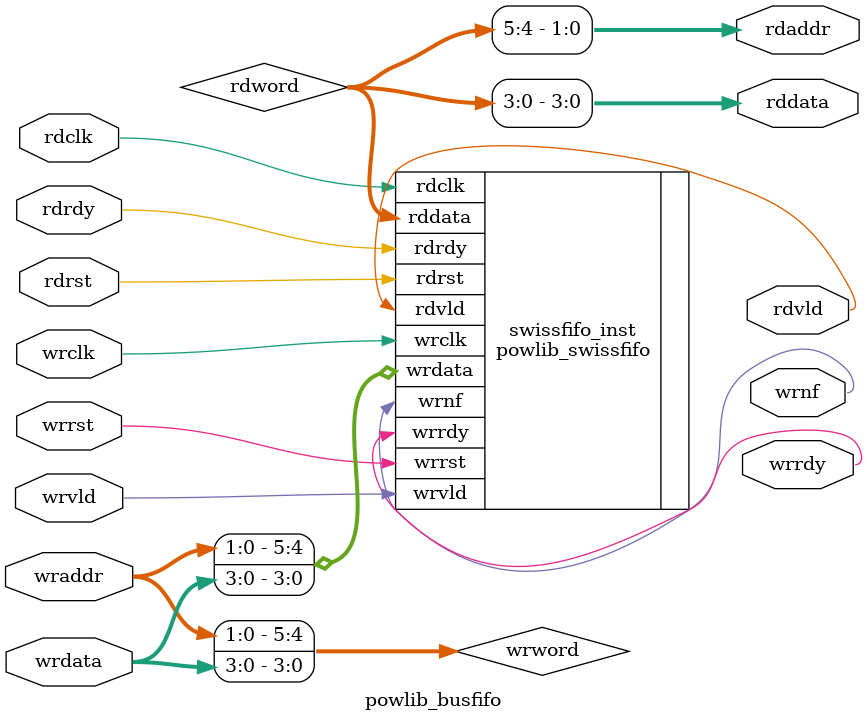
<source format=v>
`timescale 1ns / 1ps

module powlib_buscross(wrclks,wrrsts,wrdatas,wraddrs,wrvlds,wrrdys,wrnfs,
                       rdclks,rdrsts,rddatas,rdaddrs,rdvlds,rdrdys);

  /* --------------------------------- 
   * Crossbar
   * --------------------------------- */

`include "powlib_std.vh"   

  parameter                        NFS       = 0;                     // Fifo stage 0: Nearly full stages
  parameter                        D         = 8;                     // Fifo stage 0: Total depth
  parameter                        S         = 0;                     // Fifo stage 0: Pipeline Stages 
  parameter                        EAR       = 0;                     // Enable asynchronous reset  
  parameter                        ID        = "BUSCROSS";            // String identifier
  parameter                        EDBG      = 0;                     // Enable debug
  parameter                        B_WRS     = 4;                     // Bus Writing Interfaces total
  parameter                        B_RDS     = 3;                     // Bus Reading Interfaces total
  parameter                        B_AW      = 2;                     // Bus Address Width
  parameter                        B_DW      = 4;                     // Bus Data Width
  parameter                        B_D       = 8;                     // Fifo stage 1: Total depth
  parameter                        B_S       = 0;                     // Fifo stage 1: Pipeline stages
  parameter                        B_DD      = 4;                     // Fifo stage 1: Default Depth for asynchronous FIFO   
  parameter      [B_WRS*B_RDS-1:0] B_EASYNCS = {1'b0,1'b0,1'b0,1'b0,
                                                1'b0,1'b0,1'b0,1'b0,
                                                1'b0,1'b0,1'b0,1'b0}; // Fifo stage 1: Enable asynchronous FIFO. B_EASYNCS[wr+rd*B_RDS] = EASYNC between wr and rd. 
  parameter      [B_AW*B_RDS-1:0]  B_BASES   = {2'b00,2'b10,2'b11};   // Bus Base Addresses.
  parameter      [B_AW*B_RDS-1:0]  B_SIZES   = {2'b01,2'b00,2'b00};   // Bus Address Sizes. This size is really actual size minus one.

  input     wire [B_WRS-1:0]       wrclks;                            // Write Clocks
  input     wire [B_WRS-1:0]       wrrsts;                            // Write Resets
  input     wire [B_WRS*B_DW-1:0]  wrdatas;                           // Write Datas 
  input     wire [B_WRS*B_AW-1:0]  wraddrs;                           // Write Addresses
  input     wire [B_WRS-1:0]       wrvlds;                            // Write Valids
  output    wire [B_WRS-1:0]       wrrdys;                            // Write Readies
  output    wire [B_WRS-1:0]       wrnfs;                             // Write Nearly Fulls

  input     wire [B_RDS-1:0]       rdclks;                            // Read Clocks
  input     wire [B_RDS-1:0]       rdrsts;                            // Read Resets
  output    wire [B_RDS*B_DW-1:0]  rddatas;                           // Read Datas
  output    wire [B_RDS*B_AW-1:0]  rdaddrs;                           // Read Addresses
  output    wire [B_RDS-1:0]       rdvlds;                            // Read Valids
  input     wire [B_RDS-1:0]       rdrdys;                            // Read Readies
  
            wire [B_WRS*B_DW-1:0]  datas_s0_0;
            wire [B_WRS*B_AW-1:0]  addrs_s0_0;
            wire [B_WRS-1:0]       vlds_s0_0;
            wire [B_RDS-1:0]       rdys_s0_0 [0:B_WRS-1];
            wire [B_WRS-1:0]       rdys_s0_1 [0:B_RDS-1];
            wire [B_WRS-1:0]       nfs_s0_0;

            genvar i, j;
  
  for (i=0; i<B_WRS; i=i+1) begin
    localparam [powlib_itoaw(i)-1:0] IDX_STR      = powlib_itoa(i);
    wire                             vld_s0_0;
    wire                             rdy_s0_0;    
    assign                           vlds_s0_0[i] = vld_s0_0 && rdy_s0_0;
    assign                           rdy_s0_0     = &rdys_s0_0[i];    
    powlib_busfifo #(.NFS(NFS),.D(D),.S(S),.EAR(EAR),.ID({ID,"_INPUTFIFO",IDX_STR}),.B_AW(B_AW),.B_DW(B_DW)) fifo_in_s0_inst (
      .wrclk(wrclks[i]),.wrrst(wrrsts[i]),.rdclk(wrclks[i]),.rdrst(wrrsts[i]),
      .wrdata(   wrdatas[i*B_DW+:B_DW]),.wraddr(   wraddrs[i*B_AW+:B_AW]),.wrvld(wrvlds[i]),.wrrdy(wrrdys[i]),.wrnf(wrnfs[i]),
      .rddata(datas_s0_0[i*B_DW+:B_DW]),.rdaddr(addrs_s0_0[i*B_AW+:B_AW]),.rdvld(vld_s0_0), .rdrdy(rdy_s0_0));    
  end
  
  for (j=0; j<B_RDS; j=j+1) begin    
    localparam [powlib_itoaw(j)-1:0] IDX_STR = powlib_itoa(j);
    for (i=0; i<B_WRS; i=i+1) begin
      assign rdys_s0_0[i][j] = rdys_s0_1[j][i];
    end    
    powlib_buscross_lane #(
      .NFS(0),.D(B_D),.S(B_S),.DD(B_DD),.EAR(EAR),.ID({ID,"_LANE",IDX_STR}),.EDBG(EDBG),
      .B_WRS(B_WRS),.B_AW(B_AW),.B_DW(B_DW),.B_EASYNCS(B_EASYNCS[j*B_WRS+:B_WRS]),
      .B_BASE(B_BASES[j*B_AW+:B_AW]),.B_SIZE(B_SIZES[j*B_AW+:B_AW]))
    lane_s0_out_inst (
      .wrclks(wrclks),.wrrsts(wrrsts),.rdclk(rdclks[j]),.rdrst(rdrsts[j]),
      .wrdatas(datas_s0_0),.wraddrs(addrs_s0_0),.wrvlds(vlds_s0_0),.wrrdys(rdys_s0_1[j]),.wrnfs(nfs_s0_0),
      .rddata(rddatas[j*B_DW+:B_DW]),.rdaddr(rdaddrs[j*B_AW+:B_AW]),.rdvld(rdvlds[j]),.rdrdy(rdrdys[j]));    
  end
  
endmodule

module powlib_buscross_lane(wrdatas,wraddrs,wrvlds,wrrdys,wrnfs,wrclks,wrrsts,rddata,rdaddr,rdvld,rdrdy,rdclk,rdrst);

`include "powlib_std.vh"   

  /* --------------------------------- 
   * Crossbar Lanes
   * --------------------------------- */
  
  parameter                        NFS       = 0;       // Nearly full stages
  parameter                        D         = 8;       // Total depth
  parameter                        S         = 0;       // Pipeline Stages
  parameter                        DD        = 4;       // Default Depth for asynchronous FIFO  
  parameter                        EAR       = 0;       // Enable asynchronous reset  
  parameter                        ID        = "LANE";  // String identifier
  parameter                        EDBG      = 0;       // Enable debug
  parameter                        B_WRS     = 4;
  parameter                        B_AW      = 2;
  parameter                        B_DW      = 4;
  parameter       [B_WRS-1:0]      B_EASYNCS = {1'b0,1'b0,1'b0,1'b0};          // Enable asynchronous FIFO  
  parameter       [B_AW-1:0]       B_BASE    = 0;       // Base address of lane
  parameter       [B_AW-1:0]       B_SIZE    = 2;       // Number of available addresses plus 1
  localparam      [B_AW-1:0]       B_HIGH    = B_BASE+B_SIZE;  

  input      wire [B_WRS-1:0]      wrclks;
  input      wire [B_WRS-1:0]      wrrsts;
  input      wire [B_WRS*B_DW-1:0] wrdatas;
  input      wire [B_WRS*B_AW-1:0] wraddrs;
  input      wire [B_WRS-1:0]      wrvlds;
  output     wire [B_WRS-1:0]      wrrdys; 
  output     wire [B_WRS-1:0]      wrnfs;  

  input      wire                  rdclk;
  input      wire                  rdrst;
  output     wire [B_DW-1:0]       rddata;
  output     wire [B_AW-1:0]       rdaddr;
  output     wire                  rdvld;
  input      wire                  rdrdy;  

             wire [B_WRS-1:0]      conds_s0_0;    
             wire [B_WRS-1:0]      vlds_s1_0; 
             wire                  vld_s1_0;
             wire [B_DW-1:0]       data_s1_0;
             wire [B_AW-1:0]       addr_s1_0; 
             wire [B_DW-1:0]       data_s2_0;
             wire [B_AW-1:0]       addr_s2_0;             
             wire                  vld_s2_0;

             genvar                i;

             assign                vld_s1_0 = |vlds_s1_0;

  for (i=0; i<B_WRS; i=i+1) begin

    localparam [powlib_itoaw(i)-1:0] IDX_STR = powlib_itoa(i);
    
    wire [B_DW-1:0] data_in_0;
    wire [B_AW-1:0] addr_in_0;
    wire [B_DW-1:0] data_s0_0;
    wire [B_AW-1:0] addr_s0_0;
    wire            vld_s0_0;
    wire            rdy_s0_0;
    wire            cond_s0_0;
    wire            cond_s0_1;   
    wire [B_DW-1:0] data_s1_1;
    wire [B_AW-1:0] addr_s1_1;     

    assign          addr_in_0     = wraddrs[i*B_AW+:B_AW];
    assign          data_in_0     = wrdatas[i*B_DW+:B_DW];
    assign          cond_in_0     = (addr_in_0>=B_BASE) && (addr_in_0<=B_HIGH);       // -Only permit the entry of transactions whose 
    assign          vld_in_0      = wrvlds[i] &&  cond_in_0;                          //  address falls in the memory space of the lane.
    assign          wrrdys[i]     = rdy_in_0  || !cond_in_0;
    assign          wrnfs[i]      = nf_in_0; 
    assign          conds_s0_0[i] = ((i==0) ? 0 :  conds_s0_0[i-1]) || vld_s0_0;      // -The bus writing interface with a valid transaction and whose identifier i
    assign          cond_s0_0     = ((i==0) ? 1 : !conds_s0_0[i-1]) && conds_s0_0[i]; //  is the lowest is granted priority over the ready reading interface.
    assign          cond_s0_1     = cond_s0_0 && !nf_s2_0;
    assign          rdy_s0_0      = cond_s0_1;
    assign          addr_s1_0     = (vlds_s1_0[i]) ? addr_s1_1 : {B_AW{1'bz}};
    assign          data_s1_0     = (vlds_s1_0[i]) ? data_s1_1 : {B_DW{1'bz}};
    
    powlib_busfifo #(
      .D(D),.S(S),.EASYNC(B_EASYNCS[i]),.DD(DD),.EAR(EAR),
      .ID({ID,"_INFIFO",IDX_STR}),.EDBG(EDBG),
      .B_AW(B_AW),.B_DW(B_DW))
    fifo_in_s0_inst (
      .wrclk(wrclks[i]),.wrrst(wrrsts[i]),
      .rdclk(rdclk),    .rdrst(rdrst),
      .wrdata(data_in_0),.wraddr(addr_in_0),.wrvld(vld_in_0),.wrrdy(rdy_in_0),.wrnf(nf_in_0),
      .rddata(data_s0_0),.rdaddr(addr_s0_0),.rdvld(vld_s0_0),.rdrdy(rdy_s0_0));

    powlib_flipflop #(         .EAR(EAR))  vld_s0_s1_0_inst (.d(cond_s0_1),.q(vlds_s1_0[i]),.clk(rdclk),.rst(rdrst));
    powlib_flipflop #(.W(B_AW),.EAR(EAR)) addr_s0_s1_0_inst (.d(addr_s0_0),.q(addr_s1_1),   .clk(rdclk),.rst(1'b0));
    powlib_flipflop #(.W(B_DW),.EAR(EAR)) data_s0_s1_0_inst (.d(data_s0_0),.q(data_s1_1),   .clk(rdclk),.rst(1'b0));

  end

  powlib_flipflop #(         .EAR(EAR))  vld_s1_s2_0_inst (.d( vld_s1_0),.q( vld_s2_0),.clk(rdclk),.rst(rdrst));
  powlib_flipflop #(.W(B_AW),.EAR(EAR)) addr_s1_s2_0_inst (.d(addr_s1_0),.q(addr_s2_0),.clk(rdclk),.rst(1'b0));
  powlib_flipflop #(.W(B_DW),.EAR(EAR)) data_s1_s2_0_inst (.d(data_s1_0),.q(data_s2_0),.clk(rdclk),.rst(1'b0));  

  powlib_busfifo #(
    .NFS(2),.D(8),.EAR(EAR),.EDBG(EDBG),.ID({ID,"_OUTFIFO"}),
    .B_AW(B_AW),.B_DW(B_DW)) 
  fifo_s2_out_inst (
    .wrclk(rdclk),.wrrst(rdrst),.rdclk(rdclk),.rdrst(rdrst),
    .wrdata(data_s2_0),.wraddr(addr_s2_0),.wrvld(vld_s2_0),.wrrdy(rdy_s2_0),.wrnf(nf_s2_0),
    .rddata(rddata),   .rdaddr(rdaddr),   .rdvld(rdvld),   .rdrdy(rdrdy));

endmodule


module powlib_busfifo(wrdata,wraddr,wrvld,wrrdy,wrnf,wrclk,wrrst,
                      rddata,rdaddr,rdvld,rdrdy,     rdclk,rdrst);

  /* --------------------------------- 
   * Bus FIFO
   * An extension to the Swiss FIFO that
   * breaks the data interface into 
   * address and data.
   * --------------------------------- */
  
  parameter                   NFS    = 0;          // Nearly full stages
  parameter                   D      = 8;          // Total depth
  parameter                   S      = 0;          // Pipeline Stages
  parameter                   EASYNC = 0;          // Enable asynchronous FIFO
  parameter                   DD     = 4;          // Default Depth for asynchronous FIFO
  parameter                   EAR    = 0;          // Enable asynchronous reset  
  parameter                   ID     = "BUSFIFO";  // String identifier
  parameter                   EDBG   = 0;          // Enable debug
  parameter                   B_AW   = 2;          // Bus Address Width
  parameter                   B_DW   = 4;          // Bus Data Width
  localparam                  OFF_0  = 0;
  localparam                  OFF_1  = OFF_0+B_DW;
  localparam                  OFF_2  = OFF_1+B_AW;
  localparam                  B_WW   = OFF_2;

  input      wire             wrclk;               // Write Clock
  input      wire             wrrst;               // Write Reset
  input      wire             rdclk;               // Read Clock
  input      wire             rdrst;               // Read Reset
  input      wire [B_DW-1:0]  wrdata;              // Write Data
  input      wire [B_AW-1:0]  wraddr;              // Write Address
  input      wire             wrvld;               // Write Valid data is available
  output     wire             wrrdy;               // Write Ready for data
  output     wire             wrnf;                // Write Nearly full
  output     wire [B_DW-1:0]  rddata;              // Read Data
  output     wire [B_AW-1:0]  rdaddr;              // Read Address
  output     wire             rdvld;               // Read Valid data is available
  input      wire             rdrdy;               // Read Ready for data
             wire [B_WW-1:0]  wrword;  
             wire [B_WW-1:0]  rdword;

  assign                      wrword[OFF_0 +: B_DW]  = wrdata;
  assign                      wrword[OFF_1 +: B_AW]  = wraddr;                     
  assign                      rddata                 = rdword[OFF_0 +: B_DW];
  assign                      rdaddr                 = rdword[OFF_1 +: B_AW];

  powlib_swissfifo #(
    .W(B_WW),.NFS(NFS),.D(D),.S(S),.EASYNC(EASYNC),.DD(DD),.EAR(EAR),
    .ID({ID,"_SWISS"}),.EDBG(EDBG))
  swissfifo_inst (
    .wrdata(wrword),.wrvld(wrvld),.wrrdy(wrrdy),.wrnf(wrnf),.wrclk(wrclk),.wrrst(wrrst),
    .rddata(rdword),.rdvld(rdvld),.rdrdy(rdrdy),            .rdclk(rdclk),.rdrst(rdrst));

endmodule
</source>
